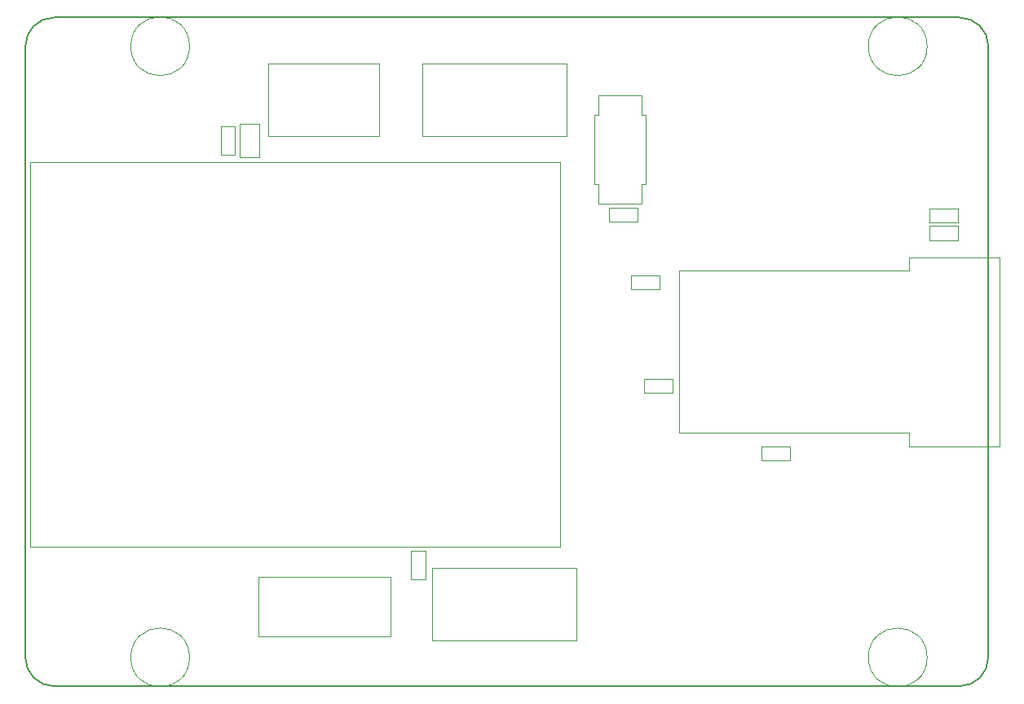
<source format=gbr>
%TF.GenerationSoftware,KiCad,Pcbnew,5.1.10*%
%TF.CreationDate,2021-07-27T11:18:45+02:00*%
%TF.ProjectId,lxbmc,6c78626d-632e-46b6-9963-61645f706362,rev?*%
%TF.SameCoordinates,Original*%
%TF.FileFunction,Other,User*%
%FSLAX45Y45*%
G04 Gerber Fmt 4.5, Leading zero omitted, Abs format (unit mm)*
G04 Created by KiCad (PCBNEW 5.1.10) date 2021-07-27 11:18:45*
%MOMM*%
%LPD*%
G01*
G04 APERTURE LIST*
%TA.AperFunction,Profile*%
%ADD10C,0.200000*%
%TD*%
%ADD11C,0.050000*%
%ADD12C,0.120000*%
G04 APERTURE END LIST*
D10*
X300000Y-6950000D02*
G75*
G02*
X0Y-6650000I0J300000D01*
G01*
X0Y-300000D02*
G75*
G02*
X300000Y0I300000J0D01*
G01*
X10000000Y-6650000D02*
G75*
G02*
X9700000Y-6950000I-300000J0D01*
G01*
X9700000Y0D02*
G75*
G02*
X10000000Y-300000I0J-300000D01*
G01*
X300000Y0D02*
X9700000Y0D01*
X0Y-6650000D02*
X0Y-300000D01*
X10000000Y-300000D02*
X10000000Y-6650000D01*
X9700000Y-6950000D02*
X300000Y-6950000D01*
D11*
X10117000Y-2495000D02*
X10117000Y-4455000D01*
X10117000Y-4455000D02*
X9174000Y-4455000D01*
X9174000Y-4455000D02*
X9174000Y-4316000D01*
X9174000Y-4316000D02*
X6790000Y-4316000D01*
X6790000Y-4316000D02*
X6790000Y-2634000D01*
X6790000Y-2634000D02*
X9174000Y-2634000D01*
X9174000Y-2634000D02*
X9174000Y-2495000D01*
X9174000Y-2495000D02*
X10117000Y-2495000D01*
X6397250Y-1732140D02*
X6397250Y-1935340D01*
X6441700Y-1732140D02*
X6397250Y-1732140D01*
X6441700Y-1015860D02*
X6441700Y-1732140D01*
X6397250Y-1015860D02*
X6441700Y-1015860D01*
X6397250Y-812660D02*
X6397250Y-1015860D01*
X5952750Y-812660D02*
X6397250Y-812660D01*
X5952750Y-1015860D02*
X5952750Y-812660D01*
X5908300Y-1015860D02*
X5952750Y-1015860D01*
X5908300Y-1732140D02*
X5908300Y-1015860D01*
X5952750Y-1732140D02*
X5908300Y-1732140D01*
X5952750Y-1935340D02*
X5952750Y-1732140D01*
X6397250Y-1935340D02*
X5952750Y-1935340D01*
D12*
X5550000Y-5500000D02*
X5550000Y-1500000D01*
X5550000Y-5500000D02*
X50000Y-5500000D01*
X50000Y-5500000D02*
X50000Y-1500000D01*
X5550000Y-1500000D02*
X50000Y-1500000D01*
D11*
X5725000Y-5720000D02*
X4225000Y-5720000D01*
X5725000Y-6470000D02*
X5725000Y-5720000D01*
X4225000Y-6470000D02*
X5725000Y-6470000D01*
X4225000Y-5720000D02*
X4225000Y-6470000D01*
X4125000Y-1230000D02*
X5625000Y-1230000D01*
X4125000Y-480000D02*
X4125000Y-1230000D01*
X5625000Y-480000D02*
X4125000Y-480000D01*
X5625000Y-1230000D02*
X5625000Y-480000D01*
X2525000Y-1230000D02*
X3675000Y-1230000D01*
X2525000Y-480000D02*
X2525000Y-1230000D01*
X3675000Y-480000D02*
X2525000Y-480000D01*
X3675000Y-1230000D02*
X3675000Y-480000D01*
X9365000Y-6650000D02*
G75*
G03*
X9365000Y-6650000I-305000J0D01*
G01*
X1705000Y-6650000D02*
G75*
G03*
X1705000Y-6650000I-305000J0D01*
G01*
X1705000Y-300000D02*
G75*
G03*
X1705000Y-300000I-305000J0D01*
G01*
X9365000Y-300000D02*
G75*
G03*
X9365000Y-300000I-305000J0D01*
G01*
X2420000Y-6430000D02*
X3795000Y-6430000D01*
X3795000Y-6430000D02*
X3795000Y-5815000D01*
X3795000Y-5815000D02*
X2420000Y-5815000D01*
X2420000Y-5815000D02*
X2420000Y-6430000D01*
X4153000Y-5838000D02*
X4007000Y-5838000D01*
X4007000Y-5838000D02*
X4007000Y-5542000D01*
X4007000Y-5542000D02*
X4153000Y-5542000D01*
X4153000Y-5542000D02*
X4153000Y-5838000D01*
X9688000Y-1987000D02*
X9688000Y-2133000D01*
X9688000Y-2133000D02*
X9392000Y-2133000D01*
X9392000Y-2133000D02*
X9392000Y-1987000D01*
X9392000Y-1987000D02*
X9688000Y-1987000D01*
X6358000Y-2123000D02*
X6062000Y-2123000D01*
X6358000Y-1977000D02*
X6358000Y-2123000D01*
X6062000Y-1977000D02*
X6358000Y-1977000D01*
X6062000Y-2123000D02*
X6062000Y-1977000D01*
X6422000Y-3903000D02*
X6422000Y-3757000D01*
X6422000Y-3757000D02*
X6718000Y-3757000D01*
X6718000Y-3757000D02*
X6718000Y-3903000D01*
X6718000Y-3903000D02*
X6422000Y-3903000D01*
X6292000Y-2823000D02*
X6292000Y-2677000D01*
X6292000Y-2677000D02*
X6588000Y-2677000D01*
X6588000Y-2677000D02*
X6588000Y-2823000D01*
X6588000Y-2823000D02*
X6292000Y-2823000D01*
X9688000Y-2167000D02*
X9688000Y-2313000D01*
X9688000Y-2313000D02*
X9392000Y-2313000D01*
X9392000Y-2313000D02*
X9392000Y-2167000D01*
X9392000Y-2167000D02*
X9688000Y-2167000D01*
X7938000Y-4457000D02*
X7938000Y-4603000D01*
X7938000Y-4603000D02*
X7642000Y-4603000D01*
X7642000Y-4603000D02*
X7642000Y-4457000D01*
X7642000Y-4457000D02*
X7938000Y-4457000D01*
X2425500Y-1450000D02*
X2229500Y-1450000D01*
X2229500Y-1450000D02*
X2229500Y-1110000D01*
X2229500Y-1110000D02*
X2425500Y-1110000D01*
X2425500Y-1110000D02*
X2425500Y-1450000D01*
X2174400Y-1429600D02*
X2028400Y-1429600D01*
X2028400Y-1429600D02*
X2028400Y-1133600D01*
X2028400Y-1133600D02*
X2174400Y-1133600D01*
X2174400Y-1133600D02*
X2174400Y-1429600D01*
M02*

</source>
